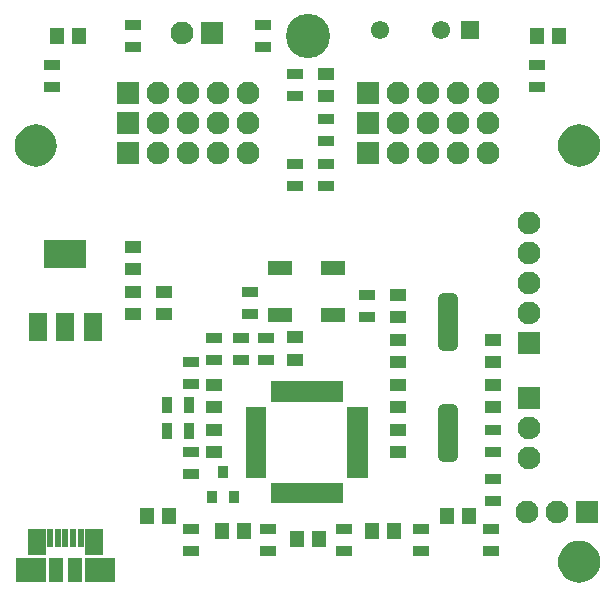
<source format=gts>
%FSTAX44Y44*%
%MOIN*%
%SFA1B1*%

%IPPOS*%
%AMD41*
4,1,8,-0.014800,-0.097500,0.014800,-0.097500,0.032500,-0.079700,0.032500,0.079700,0.014800,0.097500,-0.014800,0.097500,-0.032500,0.079700,-0.032500,-0.079700,-0.014800,-0.097500,0.0*
1,1,0.035520,-0.014800,-0.079700*
1,1,0.035520,0.014800,-0.079700*
1,1,0.035520,0.014800,0.079700*
1,1,0.035520,-0.014800,0.079700*
%
G04~CAMADD=41~8~0.0~0.0~650.6~1949.8~177.6~0.0~15~0.0~0.0~0.0~0.0~0~0.0~0.0~0.0~0.0~0~0.0~0.0~0.0~180.0~650.0~1950.0*
%ADD41D41*%
%ADD42R,0.061120X0.097000*%
%ADD43R,0.140000X0.097000*%
%ADD44R,0.084740X0.045370*%
%ADD45R,0.053240X0.033560*%
%ADD46R,0.033560X0.053240*%
%ADD47R,0.033140X0.044530*%
%ADD48R,0.099700X0.080800*%
%ADD49R,0.051280X0.080800*%
%ADD50R,0.063090X0.088680*%
%ADD51R,0.023720X0.060330*%
%ADD52R,0.023500X0.060330*%
%ADD53R,0.045370X0.053240*%
%ADD54R,0.057180X0.041430*%
%ADD55C,0.061120*%
%ADD56R,0.061120X0.061120*%
%ADD57C,0.076000*%
%ADD58R,0.076000X0.076000*%
%ADD59R,0.076000X0.076000*%
%ADD60C,0.147730*%
%LNrpcb6996130008r01-1*%
%LPD*%
G36*
X00028151Y00031378D02*
Y00031181D01*
Y00030985*
Y00030788*
Y00030591*
Y00030394*
Y00030197*
Y0003*
Y00029803*
Y00029607*
Y0002941*
Y00029213*
X00027462*
Y0002941*
Y00029607*
Y00029803*
Y0003*
Y00030197*
Y00030394*
Y00030591*
Y00030788*
Y00030985*
Y00031181*
Y00031378*
Y00031586*
X00028151*
Y00031378*
G37*
G36*
X00030686Y00028362D02*
X00028313D01*
Y00029051*
X00030686*
Y00028362*
G37*
G36*
X00038707Y00027109D02*
X00038839Y00027069D01*
X0003896Y00027004*
X00039067Y00026917*
X00039154Y0002681*
X00039219Y00026689*
X00039259Y00026557*
X00039273Y0002642*
X00039259Y00026282*
X00039219Y0002615*
X00039154Y00026029*
X00039067Y00025922*
X0003896Y00025835*
X00038839Y0002577*
X00038707Y0002573*
X0003857Y00025716*
X00038432Y0002573*
X000383Y0002577*
X00038179Y00025835*
X00038072Y00025922*
X00037985Y00026029*
X0003792Y0002615*
X0003788Y00026282*
X00037866Y0002642*
X0003788Y00026557*
X0003792Y00026689*
X00037985Y0002681*
X00038072Y00026917*
X00038179Y00027004*
X000383Y00027069*
X00038432Y00027109*
X0003857Y00027123*
X00038707Y00027109*
G37*
G36*
X00031537Y00031378D02*
Y00031181D01*
Y00030985*
Y00030788*
Y00030591*
Y00030394*
Y00030197*
Y0003*
Y00029803*
Y00029607*
Y0002941*
Y00029213*
X00030848*
Y0002941*
Y00029607*
Y00029803*
Y0003*
Y00030197*
Y00030394*
Y00030591*
Y00030788*
Y00030985*
Y00031181*
Y00031378*
Y00031586*
X00031537*
Y00031378*
G37*
G36*
X00038707Y00040979D02*
X00038839Y00040939D01*
X0003896Y00040874*
X00039067Y00040787*
X00039154Y0004068*
X00039219Y00040559*
X00039259Y00040427*
X00039273Y0004029*
X00039259Y00040152*
X00039219Y0004002*
X00039154Y00039899*
X00039067Y00039792*
X0003896Y00039705*
X00038839Y0003964*
X00038707Y000396*
X0003857Y00039586*
X00038432Y000396*
X000383Y0003964*
X00038179Y00039705*
X00038072Y00039792*
X00037985Y00039899*
X0003792Y0004002*
X0003788Y00040152*
X00037866Y0004029*
X0003788Y00040427*
X0003792Y00040559*
X00037985Y0004068*
X00038072Y00040787*
X00038179Y00040874*
X000383Y00040939*
X00038432Y00040979*
X0003857Y00040993*
X00038707Y00040979*
G37*
G36*
X00020597D02*
X00020729Y00040939D01*
X0002085Y00040874*
X00020957Y00040787*
X00021044Y0004068*
X00021109Y00040559*
X00021149Y00040427*
X00021163Y0004029*
X00021149Y00040152*
X00021109Y0004002*
X00021044Y00039899*
X00020957Y00039792*
X0002085Y00039705*
X00020729Y0003964*
X00020597Y000396*
X0002046Y00039586*
X00020322Y000396*
X0002019Y0003964*
X00020069Y00039705*
X00019962Y00039792*
X00019875Y00039899*
X0001981Y0004002*
X0001977Y00040152*
X00019756Y0004029*
X0001977Y00040427*
X0001981Y00040559*
X00019875Y0004068*
X00019962Y00040787*
X00020069Y00040874*
X0002019Y00040939*
X00020322Y00040979*
X0002046Y00040993*
X00020597Y00040979*
G37*
G36*
X00030686Y00031748D02*
X00028313D01*
Y00032437*
X00030686*
Y00031748*
G37*
G54D41*
X000342Y00030699D03*
Y000344D03*
G54D42*
X00020541Y00034232D03*
X00022352D03*
X00021446D03*
G54D43*
X00021446Y00036673D03*
G54D44*
X00028595Y00034648D03*
Y00036218D03*
X0003037Y00034648D03*
Y00036218D03*
G54D45*
X000291Y00042674D03*
Y00041926D03*
X000237Y00043576D03*
Y00044324D03*
X0002805Y00043576D03*
Y00044324D03*
X0002815Y00033874D03*
Y00033126D03*
X0002565Y00030074D03*
Y00029326D03*
Y00033074D03*
Y00032326D03*
X000273Y00033874D03*
Y00033126D03*
X000264Y00033874D03*
Y00033126D03*
X000276Y00034676D03*
Y00035424D03*
X0003565Y00026776D03*
Y00027524D03*
X000333D03*
Y00026776D03*
X0003075Y00027524D03*
Y00026776D03*
X000282D03*
Y00027524D03*
X0002565Y00026776D03*
Y00027524D03*
X0003015Y00041174D03*
Y00040426D03*
X000357Y00030076D03*
Y00030824D03*
X0003015Y00039674D03*
Y00038926D03*
X000291Y00039674D03*
Y00038926D03*
X000357Y00029174D03*
Y00028426D03*
X000315Y00035324D03*
Y00034576D03*
X0003717Y00042226D03*
Y00042974D03*
X00021Y00042226D03*
Y00042974D03*
G54D46*
X00024826Y0003165D03*
X00025574D03*
X00024826Y0003076D03*
X00025574D03*
G54D47*
X000267Y00029425D03*
X00027074Y00028574D03*
X00026326D03*
G54D48*
X00020308Y00026153D03*
X00022599D03*
G54D49*
X00021776Y00026153D03*
X00021127D03*
G54D50*
X00020489Y00027059D03*
X00022414D03*
G54D51*
X00021963Y000272D03*
X00021195D03*
X0002094D03*
G54D52*
X00021707Y000272D03*
X00021451D03*
G54D53*
X00031653Y00027433D03*
X00032401D03*
X00029153Y00027183D03*
X00029901D03*
X00026653Y00027433D03*
X00027401D03*
X00024153Y00027933D03*
X00024901D03*
X00034153D03*
X00034901D03*
X00021153Y00043933D03*
X00021901D03*
X00037153D03*
X00037901D03*
G54D54*
X0003015Y00042674D03*
Y00041926D03*
X000264Y00030076D03*
Y00030824D03*
Y00032324D03*
Y00031576D03*
X0003255Y00033824D03*
Y00033076D03*
Y00031576D03*
Y00032324D03*
Y00030076D03*
Y00030824D03*
X000357Y00033824D03*
Y00033076D03*
X000291Y00033894D03*
Y00033146D03*
X000237Y00036924D03*
Y00036176D03*
X000357Y00032324D03*
Y00031576D03*
X0003255Y00035324D03*
Y00034576D03*
X0002475Y00035424D03*
Y00034676D03*
X000237Y00035424D03*
Y00034676D03*
G54D55*
X00033965Y00044142D03*
X0003195D03*
G54D56*
X0003495Y00044142D03*
G54D57*
X000369Y000367D03*
Y000377D03*
Y000347D03*
Y000357D03*
Y0003089D03*
Y0002989D03*
X0003785Y0002806D03*
X0003685D03*
X00034527Y0004105D03*
X00035527D03*
X00032527D03*
X00033527D03*
X00026527D03*
X00027527D03*
X00024527D03*
X00025527D03*
X00034527Y0004205D03*
X00035527D03*
X00032527D03*
X00033527D03*
X00026527D03*
X00027527D03*
X00024527D03*
X00025527D03*
X00034527Y0004005D03*
X00035527D03*
X00032527D03*
X00033527D03*
X00026527D03*
X00027527D03*
X00024527D03*
X00025527D03*
X0002535Y0004405D03*
G54D58*
X000369Y000337D03*
Y0003189D03*
G54D59*
X0003885Y0002806D03*
X00031527Y0004105D03*
X00023527D03*
X00031527Y0004205D03*
X00023527D03*
X00031527Y0004005D03*
X00023527D03*
X0002635Y0004405D03*
G54D60*
X00029527Y00043933D03*
M02*
</source>
